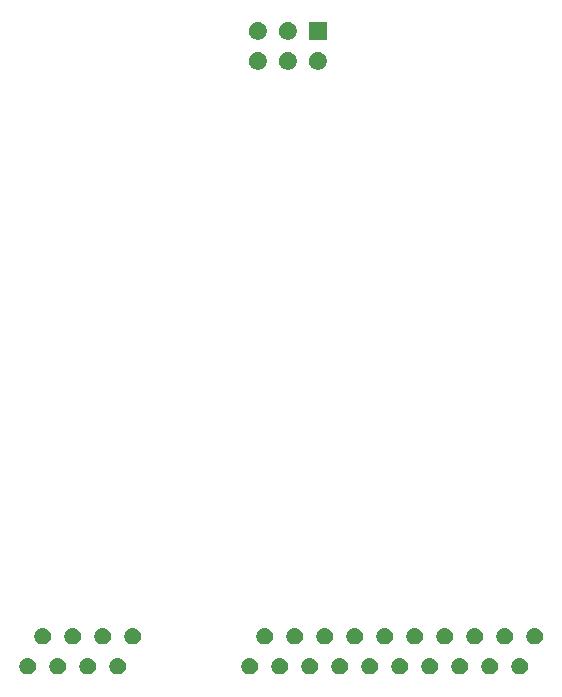
<source format=gbr>
G04 #@! TF.GenerationSoftware,KiCad,Pcbnew,5.1.5-52549c5~84~ubuntu16.04.1*
G04 #@! TF.CreationDate,2019-12-28T13:07:50-05:00*
G04 #@! TF.ProjectId,Chassis_Strain,43686173-7369-4735-9f53-747261696e2e,rev?*
G04 #@! TF.SameCoordinates,Original*
G04 #@! TF.FileFunction,Soldermask,Bot*
G04 #@! TF.FilePolarity,Negative*
%FSLAX46Y46*%
G04 Gerber Fmt 4.6, Leading zero omitted, Abs format (unit mm)*
G04 Created by KiCad (PCBNEW 5.1.5-52549c5~84~ubuntu16.04.1) date 2019-12-28 13:07:50*
%MOMM*%
%LPD*%
G04 APERTURE LIST*
%ADD10C,1.000000*%
G04 APERTURE END LIST*
D10*
G36*
X124664473Y-143216938D02*
G01*
X124792049Y-143269782D01*
X124906859Y-143346495D01*
X125004505Y-143444141D01*
X125081218Y-143558951D01*
X125134062Y-143686527D01*
X125161000Y-143821956D01*
X125161000Y-143960044D01*
X125134062Y-144095473D01*
X125081218Y-144223049D01*
X125004505Y-144337859D01*
X124906859Y-144435505D01*
X124792049Y-144512218D01*
X124664473Y-144565062D01*
X124529044Y-144592000D01*
X124390956Y-144592000D01*
X124255527Y-144565062D01*
X124127951Y-144512218D01*
X124013141Y-144435505D01*
X123915495Y-144337859D01*
X123838782Y-144223049D01*
X123785938Y-144095473D01*
X123759000Y-143960044D01*
X123759000Y-143821956D01*
X123785938Y-143686527D01*
X123838782Y-143558951D01*
X123915495Y-143444141D01*
X124013141Y-143346495D01*
X124127951Y-143269782D01*
X124255527Y-143216938D01*
X124390956Y-143190000D01*
X124529044Y-143190000D01*
X124664473Y-143216938D01*
G37*
G36*
X156160473Y-143216938D02*
G01*
X156288049Y-143269782D01*
X156402859Y-143346495D01*
X156500505Y-143444141D01*
X156577218Y-143558951D01*
X156630062Y-143686527D01*
X156657000Y-143821956D01*
X156657000Y-143960044D01*
X156630062Y-144095473D01*
X156577218Y-144223049D01*
X156500505Y-144337859D01*
X156402859Y-144435505D01*
X156288049Y-144512218D01*
X156160473Y-144565062D01*
X156025044Y-144592000D01*
X155886956Y-144592000D01*
X155751527Y-144565062D01*
X155623951Y-144512218D01*
X155509141Y-144435505D01*
X155411495Y-144337859D01*
X155334782Y-144223049D01*
X155281938Y-144095473D01*
X155255000Y-143960044D01*
X155255000Y-143821956D01*
X155281938Y-143686527D01*
X155334782Y-143558951D01*
X155411495Y-143444141D01*
X155509141Y-143346495D01*
X155623951Y-143269782D01*
X155751527Y-143216938D01*
X155886956Y-143190000D01*
X156025044Y-143190000D01*
X156160473Y-143216938D01*
G37*
G36*
X135840473Y-143216938D02*
G01*
X135968049Y-143269782D01*
X136082859Y-143346495D01*
X136180505Y-143444141D01*
X136257218Y-143558951D01*
X136310062Y-143686527D01*
X136337000Y-143821956D01*
X136337000Y-143960044D01*
X136310062Y-144095473D01*
X136257218Y-144223049D01*
X136180505Y-144337859D01*
X136082859Y-144435505D01*
X135968049Y-144512218D01*
X135840473Y-144565062D01*
X135705044Y-144592000D01*
X135566956Y-144592000D01*
X135431527Y-144565062D01*
X135303951Y-144512218D01*
X135189141Y-144435505D01*
X135091495Y-144337859D01*
X135014782Y-144223049D01*
X134961938Y-144095473D01*
X134935000Y-143960044D01*
X134935000Y-143821956D01*
X134961938Y-143686527D01*
X135014782Y-143558951D01*
X135091495Y-143444141D01*
X135189141Y-143346495D01*
X135303951Y-143269782D01*
X135431527Y-143216938D01*
X135566956Y-143190000D01*
X135705044Y-143190000D01*
X135840473Y-143216938D01*
G37*
G36*
X138380473Y-143216938D02*
G01*
X138508049Y-143269782D01*
X138622859Y-143346495D01*
X138720505Y-143444141D01*
X138797218Y-143558951D01*
X138850062Y-143686527D01*
X138877000Y-143821956D01*
X138877000Y-143960044D01*
X138850062Y-144095473D01*
X138797218Y-144223049D01*
X138720505Y-144337859D01*
X138622859Y-144435505D01*
X138508049Y-144512218D01*
X138380473Y-144565062D01*
X138245044Y-144592000D01*
X138106956Y-144592000D01*
X137971527Y-144565062D01*
X137843951Y-144512218D01*
X137729141Y-144435505D01*
X137631495Y-144337859D01*
X137554782Y-144223049D01*
X137501938Y-144095473D01*
X137475000Y-143960044D01*
X137475000Y-143821956D01*
X137501938Y-143686527D01*
X137554782Y-143558951D01*
X137631495Y-143444141D01*
X137729141Y-143346495D01*
X137843951Y-143269782D01*
X137971527Y-143216938D01*
X138106956Y-143190000D01*
X138245044Y-143190000D01*
X138380473Y-143216938D01*
G37*
G36*
X140920473Y-143216938D02*
G01*
X141048049Y-143269782D01*
X141162859Y-143346495D01*
X141260505Y-143444141D01*
X141337218Y-143558951D01*
X141390062Y-143686527D01*
X141417000Y-143821956D01*
X141417000Y-143960044D01*
X141390062Y-144095473D01*
X141337218Y-144223049D01*
X141260505Y-144337859D01*
X141162859Y-144435505D01*
X141048049Y-144512218D01*
X140920473Y-144565062D01*
X140785044Y-144592000D01*
X140646956Y-144592000D01*
X140511527Y-144565062D01*
X140383951Y-144512218D01*
X140269141Y-144435505D01*
X140171495Y-144337859D01*
X140094782Y-144223049D01*
X140041938Y-144095473D01*
X140015000Y-143960044D01*
X140015000Y-143821956D01*
X140041938Y-143686527D01*
X140094782Y-143558951D01*
X140171495Y-143444141D01*
X140269141Y-143346495D01*
X140383951Y-143269782D01*
X140511527Y-143216938D01*
X140646956Y-143190000D01*
X140785044Y-143190000D01*
X140920473Y-143216938D01*
G37*
G36*
X143460473Y-143216938D02*
G01*
X143588049Y-143269782D01*
X143702859Y-143346495D01*
X143800505Y-143444141D01*
X143877218Y-143558951D01*
X143930062Y-143686527D01*
X143957000Y-143821956D01*
X143957000Y-143960044D01*
X143930062Y-144095473D01*
X143877218Y-144223049D01*
X143800505Y-144337859D01*
X143702859Y-144435505D01*
X143588049Y-144512218D01*
X143460473Y-144565062D01*
X143325044Y-144592000D01*
X143186956Y-144592000D01*
X143051527Y-144565062D01*
X142923951Y-144512218D01*
X142809141Y-144435505D01*
X142711495Y-144337859D01*
X142634782Y-144223049D01*
X142581938Y-144095473D01*
X142555000Y-143960044D01*
X142555000Y-143821956D01*
X142581938Y-143686527D01*
X142634782Y-143558951D01*
X142711495Y-143444141D01*
X142809141Y-143346495D01*
X142923951Y-143269782D01*
X143051527Y-143216938D01*
X143186956Y-143190000D01*
X143325044Y-143190000D01*
X143460473Y-143216938D01*
G37*
G36*
X146000473Y-143216938D02*
G01*
X146128049Y-143269782D01*
X146242859Y-143346495D01*
X146340505Y-143444141D01*
X146417218Y-143558951D01*
X146470062Y-143686527D01*
X146497000Y-143821956D01*
X146497000Y-143960044D01*
X146470062Y-144095473D01*
X146417218Y-144223049D01*
X146340505Y-144337859D01*
X146242859Y-144435505D01*
X146128049Y-144512218D01*
X146000473Y-144565062D01*
X145865044Y-144592000D01*
X145726956Y-144592000D01*
X145591527Y-144565062D01*
X145463951Y-144512218D01*
X145349141Y-144435505D01*
X145251495Y-144337859D01*
X145174782Y-144223049D01*
X145121938Y-144095473D01*
X145095000Y-143960044D01*
X145095000Y-143821956D01*
X145121938Y-143686527D01*
X145174782Y-143558951D01*
X145251495Y-143444141D01*
X145349141Y-143346495D01*
X145463951Y-143269782D01*
X145591527Y-143216938D01*
X145726956Y-143190000D01*
X145865044Y-143190000D01*
X146000473Y-143216938D01*
G37*
G36*
X148540473Y-143216938D02*
G01*
X148668049Y-143269782D01*
X148782859Y-143346495D01*
X148880505Y-143444141D01*
X148957218Y-143558951D01*
X149010062Y-143686527D01*
X149037000Y-143821956D01*
X149037000Y-143960044D01*
X149010062Y-144095473D01*
X148957218Y-144223049D01*
X148880505Y-144337859D01*
X148782859Y-144435505D01*
X148668049Y-144512218D01*
X148540473Y-144565062D01*
X148405044Y-144592000D01*
X148266956Y-144592000D01*
X148131527Y-144565062D01*
X148003951Y-144512218D01*
X147889141Y-144435505D01*
X147791495Y-144337859D01*
X147714782Y-144223049D01*
X147661938Y-144095473D01*
X147635000Y-143960044D01*
X147635000Y-143821956D01*
X147661938Y-143686527D01*
X147714782Y-143558951D01*
X147791495Y-143444141D01*
X147889141Y-143346495D01*
X148003951Y-143269782D01*
X148131527Y-143216938D01*
X148266956Y-143190000D01*
X148405044Y-143190000D01*
X148540473Y-143216938D01*
G37*
G36*
X151080473Y-143216938D02*
G01*
X151208049Y-143269782D01*
X151322859Y-143346495D01*
X151420505Y-143444141D01*
X151497218Y-143558951D01*
X151550062Y-143686527D01*
X151577000Y-143821956D01*
X151577000Y-143960044D01*
X151550062Y-144095473D01*
X151497218Y-144223049D01*
X151420505Y-144337859D01*
X151322859Y-144435505D01*
X151208049Y-144512218D01*
X151080473Y-144565062D01*
X150945044Y-144592000D01*
X150806956Y-144592000D01*
X150671527Y-144565062D01*
X150543951Y-144512218D01*
X150429141Y-144435505D01*
X150331495Y-144337859D01*
X150254782Y-144223049D01*
X150201938Y-144095473D01*
X150175000Y-143960044D01*
X150175000Y-143821956D01*
X150201938Y-143686527D01*
X150254782Y-143558951D01*
X150331495Y-143444141D01*
X150429141Y-143346495D01*
X150543951Y-143269782D01*
X150671527Y-143216938D01*
X150806956Y-143190000D01*
X150945044Y-143190000D01*
X151080473Y-143216938D01*
G37*
G36*
X153620473Y-143216938D02*
G01*
X153748049Y-143269782D01*
X153862859Y-143346495D01*
X153960505Y-143444141D01*
X154037218Y-143558951D01*
X154090062Y-143686527D01*
X154117000Y-143821956D01*
X154117000Y-143960044D01*
X154090062Y-144095473D01*
X154037218Y-144223049D01*
X153960505Y-144337859D01*
X153862859Y-144435505D01*
X153748049Y-144512218D01*
X153620473Y-144565062D01*
X153485044Y-144592000D01*
X153346956Y-144592000D01*
X153211527Y-144565062D01*
X153083951Y-144512218D01*
X152969141Y-144435505D01*
X152871495Y-144337859D01*
X152794782Y-144223049D01*
X152741938Y-144095473D01*
X152715000Y-143960044D01*
X152715000Y-143821956D01*
X152741938Y-143686527D01*
X152794782Y-143558951D01*
X152871495Y-143444141D01*
X152969141Y-143346495D01*
X153083951Y-143269782D01*
X153211527Y-143216938D01*
X153346956Y-143190000D01*
X153485044Y-143190000D01*
X153620473Y-143216938D01*
G37*
G36*
X158700473Y-143216938D02*
G01*
X158828049Y-143269782D01*
X158942859Y-143346495D01*
X159040505Y-143444141D01*
X159117218Y-143558951D01*
X159170062Y-143686527D01*
X159197000Y-143821956D01*
X159197000Y-143960044D01*
X159170062Y-144095473D01*
X159117218Y-144223049D01*
X159040505Y-144337859D01*
X158942859Y-144435505D01*
X158828049Y-144512218D01*
X158700473Y-144565062D01*
X158565044Y-144592000D01*
X158426956Y-144592000D01*
X158291527Y-144565062D01*
X158163951Y-144512218D01*
X158049141Y-144435505D01*
X157951495Y-144337859D01*
X157874782Y-144223049D01*
X157821938Y-144095473D01*
X157795000Y-143960044D01*
X157795000Y-143821956D01*
X157821938Y-143686527D01*
X157874782Y-143558951D01*
X157951495Y-143444141D01*
X158049141Y-143346495D01*
X158163951Y-143269782D01*
X158291527Y-143216938D01*
X158426956Y-143190000D01*
X158565044Y-143190000D01*
X158700473Y-143216938D01*
G37*
G36*
X117044473Y-143216938D02*
G01*
X117172049Y-143269782D01*
X117286859Y-143346495D01*
X117384505Y-143444141D01*
X117461218Y-143558951D01*
X117514062Y-143686527D01*
X117541000Y-143821956D01*
X117541000Y-143960044D01*
X117514062Y-144095473D01*
X117461218Y-144223049D01*
X117384505Y-144337859D01*
X117286859Y-144435505D01*
X117172049Y-144512218D01*
X117044473Y-144565062D01*
X116909044Y-144592000D01*
X116770956Y-144592000D01*
X116635527Y-144565062D01*
X116507951Y-144512218D01*
X116393141Y-144435505D01*
X116295495Y-144337859D01*
X116218782Y-144223049D01*
X116165938Y-144095473D01*
X116139000Y-143960044D01*
X116139000Y-143821956D01*
X116165938Y-143686527D01*
X116218782Y-143558951D01*
X116295495Y-143444141D01*
X116393141Y-143346495D01*
X116507951Y-143269782D01*
X116635527Y-143216938D01*
X116770956Y-143190000D01*
X116909044Y-143190000D01*
X117044473Y-143216938D01*
G37*
G36*
X119584473Y-143216938D02*
G01*
X119712049Y-143269782D01*
X119826859Y-143346495D01*
X119924505Y-143444141D01*
X120001218Y-143558951D01*
X120054062Y-143686527D01*
X120081000Y-143821956D01*
X120081000Y-143960044D01*
X120054062Y-144095473D01*
X120001218Y-144223049D01*
X119924505Y-144337859D01*
X119826859Y-144435505D01*
X119712049Y-144512218D01*
X119584473Y-144565062D01*
X119449044Y-144592000D01*
X119310956Y-144592000D01*
X119175527Y-144565062D01*
X119047951Y-144512218D01*
X118933141Y-144435505D01*
X118835495Y-144337859D01*
X118758782Y-144223049D01*
X118705938Y-144095473D01*
X118679000Y-143960044D01*
X118679000Y-143821956D01*
X118705938Y-143686527D01*
X118758782Y-143558951D01*
X118835495Y-143444141D01*
X118933141Y-143346495D01*
X119047951Y-143269782D01*
X119175527Y-143216938D01*
X119310956Y-143190000D01*
X119449044Y-143190000D01*
X119584473Y-143216938D01*
G37*
G36*
X122124473Y-143216938D02*
G01*
X122252049Y-143269782D01*
X122366859Y-143346495D01*
X122464505Y-143444141D01*
X122541218Y-143558951D01*
X122594062Y-143686527D01*
X122621000Y-143821956D01*
X122621000Y-143960044D01*
X122594062Y-144095473D01*
X122541218Y-144223049D01*
X122464505Y-144337859D01*
X122366859Y-144435505D01*
X122252049Y-144512218D01*
X122124473Y-144565062D01*
X121989044Y-144592000D01*
X121850956Y-144592000D01*
X121715527Y-144565062D01*
X121587951Y-144512218D01*
X121473141Y-144435505D01*
X121375495Y-144337859D01*
X121298782Y-144223049D01*
X121245938Y-144095473D01*
X121219000Y-143960044D01*
X121219000Y-143821956D01*
X121245938Y-143686527D01*
X121298782Y-143558951D01*
X121375495Y-143444141D01*
X121473141Y-143346495D01*
X121587951Y-143269782D01*
X121715527Y-143216938D01*
X121850956Y-143190000D01*
X121989044Y-143190000D01*
X122124473Y-143216938D01*
G37*
G36*
X137110473Y-140676938D02*
G01*
X137238049Y-140729782D01*
X137352859Y-140806495D01*
X137450505Y-140904141D01*
X137527218Y-141018951D01*
X137580062Y-141146527D01*
X137607000Y-141281956D01*
X137607000Y-141420044D01*
X137580062Y-141555473D01*
X137527218Y-141683049D01*
X137450505Y-141797859D01*
X137352859Y-141895505D01*
X137238049Y-141972218D01*
X137110473Y-142025062D01*
X136975044Y-142052000D01*
X136836956Y-142052000D01*
X136701527Y-142025062D01*
X136573951Y-141972218D01*
X136459141Y-141895505D01*
X136361495Y-141797859D01*
X136284782Y-141683049D01*
X136231938Y-141555473D01*
X136205000Y-141420044D01*
X136205000Y-141281956D01*
X136231938Y-141146527D01*
X136284782Y-141018951D01*
X136361495Y-140904141D01*
X136459141Y-140806495D01*
X136573951Y-140729782D01*
X136701527Y-140676938D01*
X136836956Y-140650000D01*
X136975044Y-140650000D01*
X137110473Y-140676938D01*
G37*
G36*
X142190473Y-140676938D02*
G01*
X142318049Y-140729782D01*
X142432859Y-140806495D01*
X142530505Y-140904141D01*
X142607218Y-141018951D01*
X142660062Y-141146527D01*
X142687000Y-141281956D01*
X142687000Y-141420044D01*
X142660062Y-141555473D01*
X142607218Y-141683049D01*
X142530505Y-141797859D01*
X142432859Y-141895505D01*
X142318049Y-141972218D01*
X142190473Y-142025062D01*
X142055044Y-142052000D01*
X141916956Y-142052000D01*
X141781527Y-142025062D01*
X141653951Y-141972218D01*
X141539141Y-141895505D01*
X141441495Y-141797859D01*
X141364782Y-141683049D01*
X141311938Y-141555473D01*
X141285000Y-141420044D01*
X141285000Y-141281956D01*
X141311938Y-141146527D01*
X141364782Y-141018951D01*
X141441495Y-140904141D01*
X141539141Y-140806495D01*
X141653951Y-140729782D01*
X141781527Y-140676938D01*
X141916956Y-140650000D01*
X142055044Y-140650000D01*
X142190473Y-140676938D01*
G37*
G36*
X139650473Y-140676938D02*
G01*
X139778049Y-140729782D01*
X139892859Y-140806495D01*
X139990505Y-140904141D01*
X140067218Y-141018951D01*
X140120062Y-141146527D01*
X140147000Y-141281956D01*
X140147000Y-141420044D01*
X140120062Y-141555473D01*
X140067218Y-141683049D01*
X139990505Y-141797859D01*
X139892859Y-141895505D01*
X139778049Y-141972218D01*
X139650473Y-142025062D01*
X139515044Y-142052000D01*
X139376956Y-142052000D01*
X139241527Y-142025062D01*
X139113951Y-141972218D01*
X138999141Y-141895505D01*
X138901495Y-141797859D01*
X138824782Y-141683049D01*
X138771938Y-141555473D01*
X138745000Y-141420044D01*
X138745000Y-141281956D01*
X138771938Y-141146527D01*
X138824782Y-141018951D01*
X138901495Y-140904141D01*
X138999141Y-140806495D01*
X139113951Y-140729782D01*
X139241527Y-140676938D01*
X139376956Y-140650000D01*
X139515044Y-140650000D01*
X139650473Y-140676938D01*
G37*
G36*
X157430473Y-140676938D02*
G01*
X157558049Y-140729782D01*
X157672859Y-140806495D01*
X157770505Y-140904141D01*
X157847218Y-141018951D01*
X157900062Y-141146527D01*
X157927000Y-141281956D01*
X157927000Y-141420044D01*
X157900062Y-141555473D01*
X157847218Y-141683049D01*
X157770505Y-141797859D01*
X157672859Y-141895505D01*
X157558049Y-141972218D01*
X157430473Y-142025062D01*
X157295044Y-142052000D01*
X157156956Y-142052000D01*
X157021527Y-142025062D01*
X156893951Y-141972218D01*
X156779141Y-141895505D01*
X156681495Y-141797859D01*
X156604782Y-141683049D01*
X156551938Y-141555473D01*
X156525000Y-141420044D01*
X156525000Y-141281956D01*
X156551938Y-141146527D01*
X156604782Y-141018951D01*
X156681495Y-140904141D01*
X156779141Y-140806495D01*
X156893951Y-140729782D01*
X157021527Y-140676938D01*
X157156956Y-140650000D01*
X157295044Y-140650000D01*
X157430473Y-140676938D01*
G37*
G36*
X120854473Y-140676938D02*
G01*
X120982049Y-140729782D01*
X121096859Y-140806495D01*
X121194505Y-140904141D01*
X121271218Y-141018951D01*
X121324062Y-141146527D01*
X121351000Y-141281956D01*
X121351000Y-141420044D01*
X121324062Y-141555473D01*
X121271218Y-141683049D01*
X121194505Y-141797859D01*
X121096859Y-141895505D01*
X120982049Y-141972218D01*
X120854473Y-142025062D01*
X120719044Y-142052000D01*
X120580956Y-142052000D01*
X120445527Y-142025062D01*
X120317951Y-141972218D01*
X120203141Y-141895505D01*
X120105495Y-141797859D01*
X120028782Y-141683049D01*
X119975938Y-141555473D01*
X119949000Y-141420044D01*
X119949000Y-141281956D01*
X119975938Y-141146527D01*
X120028782Y-141018951D01*
X120105495Y-140904141D01*
X120203141Y-140806495D01*
X120317951Y-140729782D01*
X120445527Y-140676938D01*
X120580956Y-140650000D01*
X120719044Y-140650000D01*
X120854473Y-140676938D01*
G37*
G36*
X123394473Y-140676938D02*
G01*
X123522049Y-140729782D01*
X123636859Y-140806495D01*
X123734505Y-140904141D01*
X123811218Y-141018951D01*
X123864062Y-141146527D01*
X123891000Y-141281956D01*
X123891000Y-141420044D01*
X123864062Y-141555473D01*
X123811218Y-141683049D01*
X123734505Y-141797859D01*
X123636859Y-141895505D01*
X123522049Y-141972218D01*
X123394473Y-142025062D01*
X123259044Y-142052000D01*
X123120956Y-142052000D01*
X122985527Y-142025062D01*
X122857951Y-141972218D01*
X122743141Y-141895505D01*
X122645495Y-141797859D01*
X122568782Y-141683049D01*
X122515938Y-141555473D01*
X122489000Y-141420044D01*
X122489000Y-141281956D01*
X122515938Y-141146527D01*
X122568782Y-141018951D01*
X122645495Y-140904141D01*
X122743141Y-140806495D01*
X122857951Y-140729782D01*
X122985527Y-140676938D01*
X123120956Y-140650000D01*
X123259044Y-140650000D01*
X123394473Y-140676938D01*
G37*
G36*
X125934473Y-140676938D02*
G01*
X126062049Y-140729782D01*
X126176859Y-140806495D01*
X126274505Y-140904141D01*
X126351218Y-141018951D01*
X126404062Y-141146527D01*
X126431000Y-141281956D01*
X126431000Y-141420044D01*
X126404062Y-141555473D01*
X126351218Y-141683049D01*
X126274505Y-141797859D01*
X126176859Y-141895505D01*
X126062049Y-141972218D01*
X125934473Y-142025062D01*
X125799044Y-142052000D01*
X125660956Y-142052000D01*
X125525527Y-142025062D01*
X125397951Y-141972218D01*
X125283141Y-141895505D01*
X125185495Y-141797859D01*
X125108782Y-141683049D01*
X125055938Y-141555473D01*
X125029000Y-141420044D01*
X125029000Y-141281956D01*
X125055938Y-141146527D01*
X125108782Y-141018951D01*
X125185495Y-140904141D01*
X125283141Y-140806495D01*
X125397951Y-140729782D01*
X125525527Y-140676938D01*
X125660956Y-140650000D01*
X125799044Y-140650000D01*
X125934473Y-140676938D01*
G37*
G36*
X118314473Y-140676938D02*
G01*
X118442049Y-140729782D01*
X118556859Y-140806495D01*
X118654505Y-140904141D01*
X118731218Y-141018951D01*
X118784062Y-141146527D01*
X118811000Y-141281956D01*
X118811000Y-141420044D01*
X118784062Y-141555473D01*
X118731218Y-141683049D01*
X118654505Y-141797859D01*
X118556859Y-141895505D01*
X118442049Y-141972218D01*
X118314473Y-142025062D01*
X118179044Y-142052000D01*
X118040956Y-142052000D01*
X117905527Y-142025062D01*
X117777951Y-141972218D01*
X117663141Y-141895505D01*
X117565495Y-141797859D01*
X117488782Y-141683049D01*
X117435938Y-141555473D01*
X117409000Y-141420044D01*
X117409000Y-141281956D01*
X117435938Y-141146527D01*
X117488782Y-141018951D01*
X117565495Y-140904141D01*
X117663141Y-140806495D01*
X117777951Y-140729782D01*
X117905527Y-140676938D01*
X118040956Y-140650000D01*
X118179044Y-140650000D01*
X118314473Y-140676938D01*
G37*
G36*
X154890473Y-140676938D02*
G01*
X155018049Y-140729782D01*
X155132859Y-140806495D01*
X155230505Y-140904141D01*
X155307218Y-141018951D01*
X155360062Y-141146527D01*
X155387000Y-141281956D01*
X155387000Y-141420044D01*
X155360062Y-141555473D01*
X155307218Y-141683049D01*
X155230505Y-141797859D01*
X155132859Y-141895505D01*
X155018049Y-141972218D01*
X154890473Y-142025062D01*
X154755044Y-142052000D01*
X154616956Y-142052000D01*
X154481527Y-142025062D01*
X154353951Y-141972218D01*
X154239141Y-141895505D01*
X154141495Y-141797859D01*
X154064782Y-141683049D01*
X154011938Y-141555473D01*
X153985000Y-141420044D01*
X153985000Y-141281956D01*
X154011938Y-141146527D01*
X154064782Y-141018951D01*
X154141495Y-140904141D01*
X154239141Y-140806495D01*
X154353951Y-140729782D01*
X154481527Y-140676938D01*
X154616956Y-140650000D01*
X154755044Y-140650000D01*
X154890473Y-140676938D01*
G37*
G36*
X159970473Y-140676938D02*
G01*
X160098049Y-140729782D01*
X160212859Y-140806495D01*
X160310505Y-140904141D01*
X160387218Y-141018951D01*
X160440062Y-141146527D01*
X160467000Y-141281956D01*
X160467000Y-141420044D01*
X160440062Y-141555473D01*
X160387218Y-141683049D01*
X160310505Y-141797859D01*
X160212859Y-141895505D01*
X160098049Y-141972218D01*
X159970473Y-142025062D01*
X159835044Y-142052000D01*
X159696956Y-142052000D01*
X159561527Y-142025062D01*
X159433951Y-141972218D01*
X159319141Y-141895505D01*
X159221495Y-141797859D01*
X159144782Y-141683049D01*
X159091938Y-141555473D01*
X159065000Y-141420044D01*
X159065000Y-141281956D01*
X159091938Y-141146527D01*
X159144782Y-141018951D01*
X159221495Y-140904141D01*
X159319141Y-140806495D01*
X159433951Y-140729782D01*
X159561527Y-140676938D01*
X159696956Y-140650000D01*
X159835044Y-140650000D01*
X159970473Y-140676938D01*
G37*
G36*
X144730473Y-140676938D02*
G01*
X144858049Y-140729782D01*
X144972859Y-140806495D01*
X145070505Y-140904141D01*
X145147218Y-141018951D01*
X145200062Y-141146527D01*
X145227000Y-141281956D01*
X145227000Y-141420044D01*
X145200062Y-141555473D01*
X145147218Y-141683049D01*
X145070505Y-141797859D01*
X144972859Y-141895505D01*
X144858049Y-141972218D01*
X144730473Y-142025062D01*
X144595044Y-142052000D01*
X144456956Y-142052000D01*
X144321527Y-142025062D01*
X144193951Y-141972218D01*
X144079141Y-141895505D01*
X143981495Y-141797859D01*
X143904782Y-141683049D01*
X143851938Y-141555473D01*
X143825000Y-141420044D01*
X143825000Y-141281956D01*
X143851938Y-141146527D01*
X143904782Y-141018951D01*
X143981495Y-140904141D01*
X144079141Y-140806495D01*
X144193951Y-140729782D01*
X144321527Y-140676938D01*
X144456956Y-140650000D01*
X144595044Y-140650000D01*
X144730473Y-140676938D01*
G37*
G36*
X149810473Y-140676938D02*
G01*
X149938049Y-140729782D01*
X150052859Y-140806495D01*
X150150505Y-140904141D01*
X150227218Y-141018951D01*
X150280062Y-141146527D01*
X150307000Y-141281956D01*
X150307000Y-141420044D01*
X150280062Y-141555473D01*
X150227218Y-141683049D01*
X150150505Y-141797859D01*
X150052859Y-141895505D01*
X149938049Y-141972218D01*
X149810473Y-142025062D01*
X149675044Y-142052000D01*
X149536956Y-142052000D01*
X149401527Y-142025062D01*
X149273951Y-141972218D01*
X149159141Y-141895505D01*
X149061495Y-141797859D01*
X148984782Y-141683049D01*
X148931938Y-141555473D01*
X148905000Y-141420044D01*
X148905000Y-141281956D01*
X148931938Y-141146527D01*
X148984782Y-141018951D01*
X149061495Y-140904141D01*
X149159141Y-140806495D01*
X149273951Y-140729782D01*
X149401527Y-140676938D01*
X149536956Y-140650000D01*
X149675044Y-140650000D01*
X149810473Y-140676938D01*
G37*
G36*
X147270473Y-140676938D02*
G01*
X147398049Y-140729782D01*
X147512859Y-140806495D01*
X147610505Y-140904141D01*
X147687218Y-141018951D01*
X147740062Y-141146527D01*
X147767000Y-141281956D01*
X147767000Y-141420044D01*
X147740062Y-141555473D01*
X147687218Y-141683049D01*
X147610505Y-141797859D01*
X147512859Y-141895505D01*
X147398049Y-141972218D01*
X147270473Y-142025062D01*
X147135044Y-142052000D01*
X146996956Y-142052000D01*
X146861527Y-142025062D01*
X146733951Y-141972218D01*
X146619141Y-141895505D01*
X146521495Y-141797859D01*
X146444782Y-141683049D01*
X146391938Y-141555473D01*
X146365000Y-141420044D01*
X146365000Y-141281956D01*
X146391938Y-141146527D01*
X146444782Y-141018951D01*
X146521495Y-140904141D01*
X146619141Y-140806495D01*
X146733951Y-140729782D01*
X146861527Y-140676938D01*
X146996956Y-140650000D01*
X147135044Y-140650000D01*
X147270473Y-140676938D01*
G37*
G36*
X152350473Y-140676938D02*
G01*
X152478049Y-140729782D01*
X152592859Y-140806495D01*
X152690505Y-140904141D01*
X152767218Y-141018951D01*
X152820062Y-141146527D01*
X152847000Y-141281956D01*
X152847000Y-141420044D01*
X152820062Y-141555473D01*
X152767218Y-141683049D01*
X152690505Y-141797859D01*
X152592859Y-141895505D01*
X152478049Y-141972218D01*
X152350473Y-142025062D01*
X152215044Y-142052000D01*
X152076956Y-142052000D01*
X151941527Y-142025062D01*
X151813951Y-141972218D01*
X151699141Y-141895505D01*
X151601495Y-141797859D01*
X151524782Y-141683049D01*
X151471938Y-141555473D01*
X151445000Y-141420044D01*
X151445000Y-141281956D01*
X151471938Y-141146527D01*
X151524782Y-141018951D01*
X151601495Y-140904141D01*
X151699141Y-140806495D01*
X151813951Y-140729782D01*
X151941527Y-140676938D01*
X152076956Y-140650000D01*
X152215044Y-140650000D01*
X152350473Y-140676938D01*
G37*
G36*
X139093559Y-91924360D02*
G01*
X139230232Y-91980972D01*
X139353235Y-92063160D01*
X139457840Y-92167765D01*
X139540028Y-92290768D01*
X139596640Y-92427441D01*
X139625500Y-92572533D01*
X139625500Y-92720467D01*
X139596640Y-92865559D01*
X139540028Y-93002232D01*
X139457840Y-93125235D01*
X139353235Y-93229840D01*
X139230232Y-93312028D01*
X139230231Y-93312029D01*
X139230230Y-93312029D01*
X139093559Y-93368640D01*
X138948468Y-93397500D01*
X138800532Y-93397500D01*
X138655441Y-93368640D01*
X138518770Y-93312029D01*
X138518769Y-93312029D01*
X138518768Y-93312028D01*
X138395765Y-93229840D01*
X138291160Y-93125235D01*
X138208972Y-93002232D01*
X138152360Y-92865559D01*
X138123500Y-92720467D01*
X138123500Y-92572533D01*
X138152360Y-92427441D01*
X138208972Y-92290768D01*
X138291160Y-92167765D01*
X138395765Y-92063160D01*
X138518768Y-91980972D01*
X138655441Y-91924360D01*
X138800532Y-91895500D01*
X138948468Y-91895500D01*
X139093559Y-91924360D01*
G37*
G36*
X141633559Y-91924360D02*
G01*
X141770232Y-91980972D01*
X141893235Y-92063160D01*
X141997840Y-92167765D01*
X142080028Y-92290768D01*
X142136640Y-92427441D01*
X142165500Y-92572533D01*
X142165500Y-92720467D01*
X142136640Y-92865559D01*
X142080028Y-93002232D01*
X141997840Y-93125235D01*
X141893235Y-93229840D01*
X141770232Y-93312028D01*
X141770231Y-93312029D01*
X141770230Y-93312029D01*
X141633559Y-93368640D01*
X141488468Y-93397500D01*
X141340532Y-93397500D01*
X141195441Y-93368640D01*
X141058770Y-93312029D01*
X141058769Y-93312029D01*
X141058768Y-93312028D01*
X140935765Y-93229840D01*
X140831160Y-93125235D01*
X140748972Y-93002232D01*
X140692360Y-92865559D01*
X140663500Y-92720467D01*
X140663500Y-92572533D01*
X140692360Y-92427441D01*
X140748972Y-92290768D01*
X140831160Y-92167765D01*
X140935765Y-92063160D01*
X141058768Y-91980972D01*
X141195441Y-91924360D01*
X141340532Y-91895500D01*
X141488468Y-91895500D01*
X141633559Y-91924360D01*
G37*
G36*
X136553559Y-91924360D02*
G01*
X136690232Y-91980972D01*
X136813235Y-92063160D01*
X136917840Y-92167765D01*
X137000028Y-92290768D01*
X137056640Y-92427441D01*
X137085500Y-92572533D01*
X137085500Y-92720467D01*
X137056640Y-92865559D01*
X137000028Y-93002232D01*
X136917840Y-93125235D01*
X136813235Y-93229840D01*
X136690232Y-93312028D01*
X136690231Y-93312029D01*
X136690230Y-93312029D01*
X136553559Y-93368640D01*
X136408468Y-93397500D01*
X136260532Y-93397500D01*
X136115441Y-93368640D01*
X135978770Y-93312029D01*
X135978769Y-93312029D01*
X135978768Y-93312028D01*
X135855765Y-93229840D01*
X135751160Y-93125235D01*
X135668972Y-93002232D01*
X135612360Y-92865559D01*
X135583500Y-92720467D01*
X135583500Y-92572533D01*
X135612360Y-92427441D01*
X135668972Y-92290768D01*
X135751160Y-92167765D01*
X135855765Y-92063160D01*
X135978768Y-91980972D01*
X136115441Y-91924360D01*
X136260532Y-91895500D01*
X136408468Y-91895500D01*
X136553559Y-91924360D01*
G37*
G36*
X136553559Y-89384360D02*
G01*
X136690232Y-89440972D01*
X136813235Y-89523160D01*
X136917840Y-89627765D01*
X137000028Y-89750768D01*
X137056640Y-89887441D01*
X137085500Y-90032533D01*
X137085500Y-90180467D01*
X137056640Y-90325559D01*
X137000028Y-90462232D01*
X136917840Y-90585235D01*
X136813235Y-90689840D01*
X136690232Y-90772028D01*
X136690231Y-90772029D01*
X136690230Y-90772029D01*
X136553559Y-90828640D01*
X136408468Y-90857500D01*
X136260532Y-90857500D01*
X136115441Y-90828640D01*
X135978770Y-90772029D01*
X135978769Y-90772029D01*
X135978768Y-90772028D01*
X135855765Y-90689840D01*
X135751160Y-90585235D01*
X135668972Y-90462232D01*
X135612360Y-90325559D01*
X135583500Y-90180467D01*
X135583500Y-90032533D01*
X135612360Y-89887441D01*
X135668972Y-89750768D01*
X135751160Y-89627765D01*
X135855765Y-89523160D01*
X135978768Y-89440972D01*
X136115441Y-89384360D01*
X136260532Y-89355500D01*
X136408468Y-89355500D01*
X136553559Y-89384360D01*
G37*
G36*
X139093559Y-89384360D02*
G01*
X139230232Y-89440972D01*
X139353235Y-89523160D01*
X139457840Y-89627765D01*
X139540028Y-89750768D01*
X139596640Y-89887441D01*
X139625500Y-90032533D01*
X139625500Y-90180467D01*
X139596640Y-90325559D01*
X139540028Y-90462232D01*
X139457840Y-90585235D01*
X139353235Y-90689840D01*
X139230232Y-90772028D01*
X139230231Y-90772029D01*
X139230230Y-90772029D01*
X139093559Y-90828640D01*
X138948468Y-90857500D01*
X138800532Y-90857500D01*
X138655441Y-90828640D01*
X138518770Y-90772029D01*
X138518769Y-90772029D01*
X138518768Y-90772028D01*
X138395765Y-90689840D01*
X138291160Y-90585235D01*
X138208972Y-90462232D01*
X138152360Y-90325559D01*
X138123500Y-90180467D01*
X138123500Y-90032533D01*
X138152360Y-89887441D01*
X138208972Y-89750768D01*
X138291160Y-89627765D01*
X138395765Y-89523160D01*
X138518768Y-89440972D01*
X138655441Y-89384360D01*
X138800532Y-89355500D01*
X138948468Y-89355500D01*
X139093559Y-89384360D01*
G37*
G36*
X142165500Y-90857500D02*
G01*
X140663500Y-90857500D01*
X140663500Y-89355500D01*
X142165500Y-89355500D01*
X142165500Y-90857500D01*
G37*
M02*

</source>
